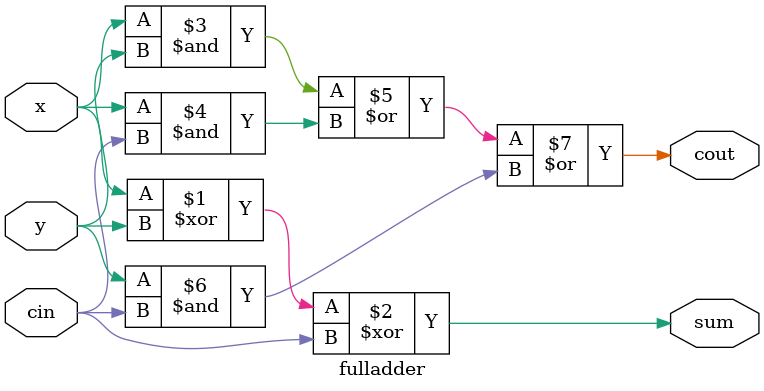
<source format=v>
module fulladder(x,y,cin,cout,sum);
    input x,y,cin;
    output sum,cout;
    
    assign sum = x^y^cin;
    assign cout  = (x&y)|(x&cin)|(y&cin);
endmodule
</source>
